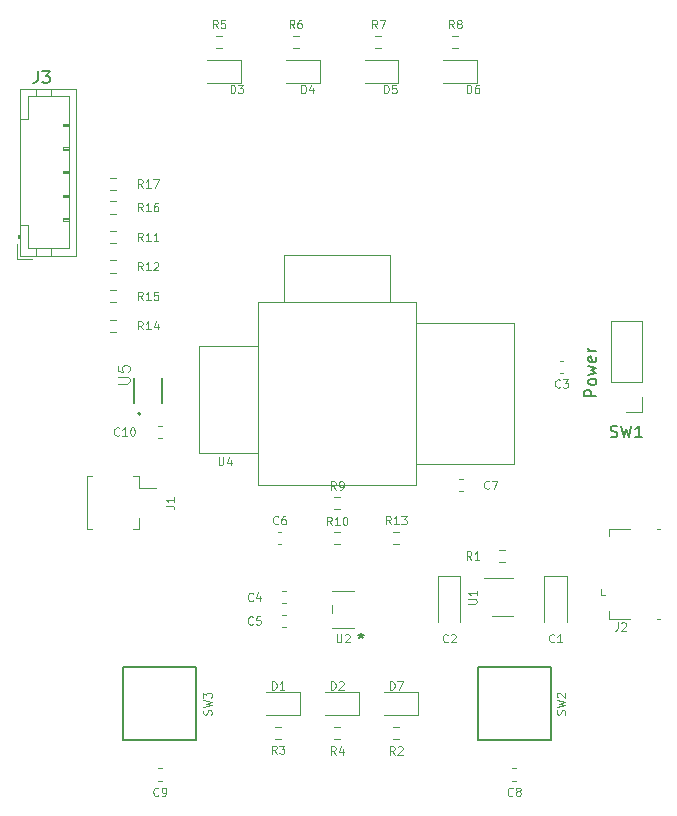
<source format=gbr>
G04 #@! TF.GenerationSoftware,KiCad,Pcbnew,(5.1.10)-1*
G04 #@! TF.CreationDate,2021-08-19T14:22:58+09:00*
G04 #@! TF.ProjectId,controller,636f6e74-726f-46c6-9c65-722e6b696361,rev?*
G04 #@! TF.SameCoordinates,Original*
G04 #@! TF.FileFunction,Legend,Top*
G04 #@! TF.FilePolarity,Positive*
%FSLAX46Y46*%
G04 Gerber Fmt 4.6, Leading zero omitted, Abs format (unit mm)*
G04 Created by KiCad (PCBNEW (5.1.10)-1) date 2021-08-19 14:22:58*
%MOMM*%
%LPD*%
G01*
G04 APERTURE LIST*
%ADD10C,0.150000*%
%ADD11C,0.127000*%
%ADD12C,0.200000*%
%ADD13C,0.120000*%
%ADD14C,0.066040*%
%ADD15C,0.015000*%
%ADD16C,0.100000*%
G04 APERTURE END LIST*
D10*
X49452380Y-38976190D02*
X48452380Y-38976190D01*
X48452380Y-38595238D01*
X48500000Y-38500000D01*
X48547619Y-38452380D01*
X48642857Y-38404761D01*
X48785714Y-38404761D01*
X48880952Y-38452380D01*
X48928571Y-38500000D01*
X48976190Y-38595238D01*
X48976190Y-38976190D01*
X49452380Y-37833333D02*
X49404761Y-37928571D01*
X49357142Y-37976190D01*
X49261904Y-38023809D01*
X48976190Y-38023809D01*
X48880952Y-37976190D01*
X48833333Y-37928571D01*
X48785714Y-37833333D01*
X48785714Y-37690476D01*
X48833333Y-37595238D01*
X48880952Y-37547619D01*
X48976190Y-37500000D01*
X49261904Y-37500000D01*
X49357142Y-37547619D01*
X49404761Y-37595238D01*
X49452380Y-37690476D01*
X49452380Y-37833333D01*
X48785714Y-37166666D02*
X49452380Y-36976190D01*
X48976190Y-36785714D01*
X49452380Y-36595238D01*
X48785714Y-36404761D01*
X49404761Y-35642857D02*
X49452380Y-35738095D01*
X49452380Y-35928571D01*
X49404761Y-36023809D01*
X49309523Y-36071428D01*
X48928571Y-36071428D01*
X48833333Y-36023809D01*
X48785714Y-35928571D01*
X48785714Y-35738095D01*
X48833333Y-35642857D01*
X48928571Y-35595238D01*
X49023809Y-35595238D01*
X49119047Y-36071428D01*
X49452380Y-35166666D02*
X48785714Y-35166666D01*
X48976190Y-35166666D02*
X48880952Y-35119047D01*
X48833333Y-35071428D01*
X48785714Y-34976190D01*
X48785714Y-34880952D01*
D11*
X12705000Y-39550000D02*
X12705000Y-37450000D01*
X10295000Y-39550000D02*
X10295000Y-37450000D01*
D12*
X10850000Y-40445000D02*
G75*
G03*
X10850000Y-40445000I-100000J0D01*
G01*
D13*
X34150000Y-46500000D02*
X20850000Y-46500000D01*
X20850000Y-46500000D02*
X20850000Y-31000000D01*
X20850000Y-31000000D02*
X34150000Y-31000000D01*
X34150000Y-31000000D02*
X34150000Y-46500000D01*
X34150000Y-44750000D02*
X42500000Y-44750000D01*
X42500000Y-44750000D02*
X42500000Y-32750000D01*
X42500000Y-32750000D02*
X34150000Y-32750000D01*
X32000000Y-31000000D02*
X32000000Y-27000000D01*
X32000000Y-27000000D02*
X23000000Y-27000000D01*
X23000000Y-27000000D02*
X23000000Y-31000000D01*
X20850000Y-34750000D02*
X15850000Y-34750000D01*
X15850000Y-34750000D02*
X15850000Y-43750000D01*
X15850000Y-43750000D02*
X20850000Y-43750000D01*
X28927100Y-55425200D02*
X27072900Y-55425200D01*
X27072900Y-56636739D02*
X27072900Y-57363261D01*
X27072900Y-58574800D02*
X28927100Y-58574800D01*
X40600000Y-57610000D02*
X42400000Y-57610000D01*
X42400000Y-54390000D02*
X39950000Y-54390000D01*
D11*
X9401200Y-61901200D02*
X15598800Y-61901200D01*
X9401200Y-68098800D02*
X9401200Y-61901200D01*
X15598800Y-68098800D02*
X9401200Y-68098800D01*
X15598800Y-61901200D02*
X15598800Y-68098800D01*
D14*
X9401200Y-61901200D02*
X15598800Y-61901200D01*
X15598800Y-61901200D02*
X15598800Y-68098800D01*
X9401200Y-68098800D02*
X15598800Y-68098800D01*
X9401200Y-61901200D02*
X9401200Y-68098800D01*
D11*
X39401200Y-61901200D02*
X45598800Y-61901200D01*
X39401200Y-68098800D02*
X39401200Y-61901200D01*
X45598800Y-68098800D02*
X39401200Y-68098800D01*
X45598800Y-61901200D02*
X45598800Y-68098800D01*
D14*
X39401200Y-61901200D02*
X45598800Y-61901200D01*
X45598800Y-61901200D02*
X45598800Y-68098800D01*
X39401200Y-68098800D02*
X45598800Y-68098800D01*
X39401200Y-61901200D02*
X39401200Y-68098800D01*
D13*
X53330000Y-32590000D02*
X50670000Y-32590000D01*
X53330000Y-37730000D02*
X53330000Y-32590000D01*
X50670000Y-37730000D02*
X50670000Y-32590000D01*
X53330000Y-37730000D02*
X50670000Y-37730000D01*
X53330000Y-39000000D02*
X53330000Y-40330000D01*
X53330000Y-40330000D02*
X52000000Y-40330000D01*
X8754724Y-21522500D02*
X8245276Y-21522500D01*
X8754724Y-20477500D02*
X8245276Y-20477500D01*
X8754724Y-23522500D02*
X8245276Y-23522500D01*
X8754724Y-22477500D02*
X8245276Y-22477500D01*
X8754724Y-31022500D02*
X8245276Y-31022500D01*
X8754724Y-29977500D02*
X8245276Y-29977500D01*
X8754724Y-33522500D02*
X8245276Y-33522500D01*
X8754724Y-32477500D02*
X8245276Y-32477500D01*
X32754724Y-51522500D02*
X32245276Y-51522500D01*
X32754724Y-50477500D02*
X32245276Y-50477500D01*
X8754724Y-28522500D02*
X8245276Y-28522500D01*
X8754724Y-27477500D02*
X8245276Y-27477500D01*
X8754724Y-26022500D02*
X8245276Y-26022500D01*
X8754724Y-24977500D02*
X8245276Y-24977500D01*
X27245276Y-50477500D02*
X27754724Y-50477500D01*
X27245276Y-51522500D02*
X27754724Y-51522500D01*
X27245276Y-47477500D02*
X27754724Y-47477500D01*
X27245276Y-48522500D02*
X27754724Y-48522500D01*
X37754724Y-9522500D02*
X37245276Y-9522500D01*
X37754724Y-8477500D02*
X37245276Y-8477500D01*
X31254724Y-9522500D02*
X30745276Y-9522500D01*
X31254724Y-8477500D02*
X30745276Y-8477500D01*
X24254724Y-9522500D02*
X23745276Y-9522500D01*
X24254724Y-8477500D02*
X23745276Y-8477500D01*
X17754724Y-9522500D02*
X17245276Y-9522500D01*
X17754724Y-8477500D02*
X17245276Y-8477500D01*
X27754724Y-68022500D02*
X27245276Y-68022500D01*
X27754724Y-66977500D02*
X27245276Y-66977500D01*
X22754724Y-68022500D02*
X22245276Y-68022500D01*
X22754724Y-66977500D02*
X22245276Y-66977500D01*
X32754724Y-68022500D02*
X32245276Y-68022500D01*
X32754724Y-66977500D02*
X32245276Y-66977500D01*
X41754724Y-53022500D02*
X41245276Y-53022500D01*
X41754724Y-51977500D02*
X41245276Y-51977500D01*
X690000Y-27060000D02*
X5410000Y-27060000D01*
X5410000Y-27060000D02*
X5410000Y-12940000D01*
X5410000Y-12940000D02*
X690000Y-12940000D01*
X690000Y-12940000D02*
X690000Y-27060000D01*
X690000Y-25300000D02*
X490000Y-25300000D01*
X490000Y-25300000D02*
X490000Y-25600000D01*
X490000Y-25600000D02*
X690000Y-25600000D01*
X590000Y-25300000D02*
X590000Y-25600000D01*
X690000Y-24500000D02*
X1300000Y-24500000D01*
X1300000Y-24500000D02*
X1300000Y-26450000D01*
X1300000Y-26450000D02*
X4800000Y-26450000D01*
X4800000Y-26450000D02*
X4800000Y-13550000D01*
X4800000Y-13550000D02*
X1300000Y-13550000D01*
X1300000Y-13550000D02*
X1300000Y-15500000D01*
X1300000Y-15500000D02*
X690000Y-15500000D01*
X2000000Y-27060000D02*
X2000000Y-26450000D01*
X3300000Y-27060000D02*
X3300000Y-26450000D01*
X2000000Y-12940000D02*
X2000000Y-13550000D01*
X3300000Y-12940000D02*
X3300000Y-13550000D01*
X4800000Y-24100000D02*
X4300000Y-24100000D01*
X4300000Y-24100000D02*
X4300000Y-23900000D01*
X4300000Y-23900000D02*
X4800000Y-23900000D01*
X4800000Y-24000000D02*
X4300000Y-24000000D01*
X4800000Y-22100000D02*
X4300000Y-22100000D01*
X4300000Y-22100000D02*
X4300000Y-21900000D01*
X4300000Y-21900000D02*
X4800000Y-21900000D01*
X4800000Y-22000000D02*
X4300000Y-22000000D01*
X4800000Y-20100000D02*
X4300000Y-20100000D01*
X4300000Y-20100000D02*
X4300000Y-19900000D01*
X4300000Y-19900000D02*
X4800000Y-19900000D01*
X4800000Y-20000000D02*
X4300000Y-20000000D01*
X4800000Y-18100000D02*
X4300000Y-18100000D01*
X4300000Y-18100000D02*
X4300000Y-17900000D01*
X4300000Y-17900000D02*
X4800000Y-17900000D01*
X4800000Y-18000000D02*
X4300000Y-18000000D01*
X4800000Y-16100000D02*
X4300000Y-16100000D01*
X4300000Y-16100000D02*
X4300000Y-15900000D01*
X4300000Y-15900000D02*
X4800000Y-15900000D01*
X4800000Y-16000000D02*
X4300000Y-16000000D01*
X390000Y-26110000D02*
X390000Y-27360000D01*
X390000Y-27360000D02*
X1640000Y-27360000D01*
X50540000Y-57810000D02*
X50540000Y-57150000D01*
X52270000Y-57810000D02*
X50540000Y-57810000D01*
X54840000Y-50190000D02*
X54630000Y-50190000D01*
X54840000Y-57810000D02*
X54630000Y-57810000D01*
X52270000Y-50190000D02*
X50540000Y-50190000D01*
X50540000Y-50190000D02*
X50540000Y-50840000D01*
X49840000Y-55760000D02*
X49840000Y-55310000D01*
X49840000Y-55760000D02*
X50230000Y-55760000D01*
X10260000Y-45765000D02*
X10710000Y-45765000D01*
X10710000Y-45765000D02*
X10710000Y-46715000D01*
X10710000Y-46715000D02*
X12200000Y-46715000D01*
X10260000Y-50235000D02*
X10710000Y-50235000D01*
X10710000Y-50235000D02*
X10710000Y-49285000D01*
X6740000Y-45765000D02*
X6290000Y-45765000D01*
X6290000Y-45765000D02*
X6290000Y-50235000D01*
X6290000Y-50235000D02*
X6740000Y-50235000D01*
X31500000Y-65960000D02*
X34360000Y-65960000D01*
X34360000Y-65960000D02*
X34360000Y-64040000D01*
X34360000Y-64040000D02*
X31500000Y-64040000D01*
X36500000Y-12460000D02*
X39360000Y-12460000D01*
X39360000Y-12460000D02*
X39360000Y-10540000D01*
X39360000Y-10540000D02*
X36500000Y-10540000D01*
X29830000Y-12460000D02*
X32690000Y-12460000D01*
X32690000Y-12460000D02*
X32690000Y-10540000D01*
X32690000Y-10540000D02*
X29830000Y-10540000D01*
X23170000Y-12460000D02*
X26030000Y-12460000D01*
X26030000Y-12460000D02*
X26030000Y-10540000D01*
X26030000Y-10540000D02*
X23170000Y-10540000D01*
X16500000Y-12460000D02*
X19360000Y-12460000D01*
X19360000Y-12460000D02*
X19360000Y-10540000D01*
X19360000Y-10540000D02*
X16500000Y-10540000D01*
X26500000Y-65960000D02*
X29360000Y-65960000D01*
X29360000Y-65960000D02*
X29360000Y-64040000D01*
X29360000Y-64040000D02*
X26500000Y-64040000D01*
X21500000Y-65935000D02*
X24360000Y-65935000D01*
X24360000Y-65935000D02*
X24360000Y-64015000D01*
X24360000Y-64015000D02*
X21500000Y-64015000D01*
X12353733Y-41490000D02*
X12646267Y-41490000D01*
X12353733Y-42510000D02*
X12646267Y-42510000D01*
X12353733Y-70490000D02*
X12646267Y-70490000D01*
X12353733Y-71510000D02*
X12646267Y-71510000D01*
X42353733Y-70490000D02*
X42646267Y-70490000D01*
X42353733Y-71510000D02*
X42646267Y-71510000D01*
X37853733Y-45990000D02*
X38146267Y-45990000D01*
X37853733Y-47010000D02*
X38146267Y-47010000D01*
X22783767Y-51510000D02*
X22491233Y-51510000D01*
X22783767Y-50490000D02*
X22491233Y-50490000D01*
X23146267Y-58510000D02*
X22853733Y-58510000D01*
X23146267Y-57490000D02*
X22853733Y-57490000D01*
X23146267Y-56510000D02*
X22853733Y-56510000D01*
X23146267Y-55490000D02*
X22853733Y-55490000D01*
X46646267Y-37010000D02*
X46353733Y-37010000D01*
X46646267Y-35990000D02*
X46353733Y-35990000D01*
X37935000Y-58100000D02*
X37935000Y-54190000D01*
X37935000Y-54190000D02*
X36065000Y-54190000D01*
X36065000Y-54190000D02*
X36065000Y-58100000D01*
X46935000Y-58100000D02*
X46935000Y-54190000D01*
X46935000Y-54190000D02*
X45065000Y-54190000D01*
X45065000Y-54190000D02*
X45065000Y-58100000D01*
D15*
X8935380Y-37896904D02*
X9744904Y-37896904D01*
X9840142Y-37849285D01*
X9887761Y-37801666D01*
X9935380Y-37706428D01*
X9935380Y-37515952D01*
X9887761Y-37420714D01*
X9840142Y-37373095D01*
X9744904Y-37325476D01*
X8935380Y-37325476D01*
X8935380Y-36373095D02*
X8935380Y-36849285D01*
X9411571Y-36896904D01*
X9363952Y-36849285D01*
X9316333Y-36754047D01*
X9316333Y-36515952D01*
X9363952Y-36420714D01*
X9411571Y-36373095D01*
X9506809Y-36325476D01*
X9744904Y-36325476D01*
X9840142Y-36373095D01*
X9887761Y-36420714D01*
X9935380Y-36515952D01*
X9935380Y-36754047D01*
X9887761Y-36849285D01*
X9840142Y-36896904D01*
D16*
X17466666Y-44116666D02*
X17466666Y-44683333D01*
X17500000Y-44750000D01*
X17533333Y-44783333D01*
X17600000Y-44816666D01*
X17733333Y-44816666D01*
X17800000Y-44783333D01*
X17833333Y-44750000D01*
X17866666Y-44683333D01*
X17866666Y-44116666D01*
X18500000Y-44350000D02*
X18500000Y-44816666D01*
X18333333Y-44083333D02*
X18166666Y-44583333D01*
X18600000Y-44583333D01*
X27466666Y-59116666D02*
X27466666Y-59683333D01*
X27500000Y-59750000D01*
X27533333Y-59783333D01*
X27600000Y-59816666D01*
X27733333Y-59816666D01*
X27800000Y-59783333D01*
X27833333Y-59750000D01*
X27866666Y-59683333D01*
X27866666Y-59116666D01*
X28166666Y-59183333D02*
X28200000Y-59150000D01*
X28266666Y-59116666D01*
X28433333Y-59116666D01*
X28500000Y-59150000D01*
X28533333Y-59183333D01*
X28566666Y-59250000D01*
X28566666Y-59316666D01*
X28533333Y-59416666D01*
X28133333Y-59816666D01*
X28566666Y-59816666D01*
D10*
X29527550Y-59053380D02*
X29527550Y-59291476D01*
X29289454Y-59196238D02*
X29527550Y-59291476D01*
X29765645Y-59196238D01*
X29384692Y-59481952D02*
X29527550Y-59291476D01*
X29670407Y-59481952D01*
D16*
X38616666Y-56533333D02*
X39183333Y-56533333D01*
X39250000Y-56500000D01*
X39283333Y-56466666D01*
X39316666Y-56400000D01*
X39316666Y-56266666D01*
X39283333Y-56200000D01*
X39250000Y-56166666D01*
X39183333Y-56133333D01*
X38616666Y-56133333D01*
X39316666Y-55433333D02*
X39316666Y-55833333D01*
X39316666Y-55633333D02*
X38616666Y-55633333D01*
X38716666Y-55700000D01*
X38783333Y-55766666D01*
X38816666Y-55833333D01*
X16847333Y-65933333D02*
X16880666Y-65833333D01*
X16880666Y-65666666D01*
X16847333Y-65600000D01*
X16814000Y-65566666D01*
X16747333Y-65533333D01*
X16680666Y-65533333D01*
X16614000Y-65566666D01*
X16580666Y-65600000D01*
X16547333Y-65666666D01*
X16514000Y-65800000D01*
X16480666Y-65866666D01*
X16447333Y-65900000D01*
X16380666Y-65933333D01*
X16314000Y-65933333D01*
X16247333Y-65900000D01*
X16214000Y-65866666D01*
X16180666Y-65800000D01*
X16180666Y-65633333D01*
X16214000Y-65533333D01*
X16180666Y-65300000D02*
X16880666Y-65133333D01*
X16380666Y-65000000D01*
X16880666Y-64866666D01*
X16180666Y-64700000D01*
X16180666Y-64500000D02*
X16180666Y-64066666D01*
X16447333Y-64300000D01*
X16447333Y-64200000D01*
X16480666Y-64133333D01*
X16514000Y-64100000D01*
X16580666Y-64066666D01*
X16747333Y-64066666D01*
X16814000Y-64100000D01*
X16847333Y-64133333D01*
X16880666Y-64200000D01*
X16880666Y-64400000D01*
X16847333Y-64466666D01*
X16814000Y-64500000D01*
X46783333Y-65933333D02*
X46816666Y-65833333D01*
X46816666Y-65666666D01*
X46783333Y-65600000D01*
X46750000Y-65566666D01*
X46683333Y-65533333D01*
X46616666Y-65533333D01*
X46550000Y-65566666D01*
X46516666Y-65600000D01*
X46483333Y-65666666D01*
X46450000Y-65800000D01*
X46416666Y-65866666D01*
X46383333Y-65900000D01*
X46316666Y-65933333D01*
X46250000Y-65933333D01*
X46183333Y-65900000D01*
X46150000Y-65866666D01*
X46116666Y-65800000D01*
X46116666Y-65633333D01*
X46150000Y-65533333D01*
X46116666Y-65300000D02*
X46816666Y-65133333D01*
X46316666Y-65000000D01*
X46816666Y-64866666D01*
X46116666Y-64700000D01*
X46183333Y-64466666D02*
X46150000Y-64433333D01*
X46116666Y-64366666D01*
X46116666Y-64200000D01*
X46150000Y-64133333D01*
X46183333Y-64100000D01*
X46250000Y-64066666D01*
X46316666Y-64066666D01*
X46416666Y-64100000D01*
X46816666Y-64500000D01*
X46816666Y-64066666D01*
D10*
X50666666Y-42404761D02*
X50809523Y-42452380D01*
X51047619Y-42452380D01*
X51142857Y-42404761D01*
X51190476Y-42357142D01*
X51238095Y-42261904D01*
X51238095Y-42166666D01*
X51190476Y-42071428D01*
X51142857Y-42023809D01*
X51047619Y-41976190D01*
X50857142Y-41928571D01*
X50761904Y-41880952D01*
X50714285Y-41833333D01*
X50666666Y-41738095D01*
X50666666Y-41642857D01*
X50714285Y-41547619D01*
X50761904Y-41500000D01*
X50857142Y-41452380D01*
X51095238Y-41452380D01*
X51238095Y-41500000D01*
X51571428Y-41452380D02*
X51809523Y-42452380D01*
X52000000Y-41738095D01*
X52190476Y-42452380D01*
X52428571Y-41452380D01*
X53333333Y-42452380D02*
X52761904Y-42452380D01*
X53047619Y-42452380D02*
X53047619Y-41452380D01*
X52952380Y-41595238D01*
X52857142Y-41690476D01*
X52761904Y-41738095D01*
D16*
X11050000Y-21316666D02*
X10816666Y-20983333D01*
X10650000Y-21316666D02*
X10650000Y-20616666D01*
X10916666Y-20616666D01*
X10983333Y-20650000D01*
X11016666Y-20683333D01*
X11050000Y-20750000D01*
X11050000Y-20850000D01*
X11016666Y-20916666D01*
X10983333Y-20950000D01*
X10916666Y-20983333D01*
X10650000Y-20983333D01*
X11716666Y-21316666D02*
X11316666Y-21316666D01*
X11516666Y-21316666D02*
X11516666Y-20616666D01*
X11450000Y-20716666D01*
X11383333Y-20783333D01*
X11316666Y-20816666D01*
X11950000Y-20616666D02*
X12416666Y-20616666D01*
X12116666Y-21316666D01*
X11050000Y-23316666D02*
X10816666Y-22983333D01*
X10650000Y-23316666D02*
X10650000Y-22616666D01*
X10916666Y-22616666D01*
X10983333Y-22650000D01*
X11016666Y-22683333D01*
X11050000Y-22750000D01*
X11050000Y-22850000D01*
X11016666Y-22916666D01*
X10983333Y-22950000D01*
X10916666Y-22983333D01*
X10650000Y-22983333D01*
X11716666Y-23316666D02*
X11316666Y-23316666D01*
X11516666Y-23316666D02*
X11516666Y-22616666D01*
X11450000Y-22716666D01*
X11383333Y-22783333D01*
X11316666Y-22816666D01*
X12316666Y-22616666D02*
X12183333Y-22616666D01*
X12116666Y-22650000D01*
X12083333Y-22683333D01*
X12016666Y-22783333D01*
X11983333Y-22916666D01*
X11983333Y-23183333D01*
X12016666Y-23250000D01*
X12050000Y-23283333D01*
X12116666Y-23316666D01*
X12250000Y-23316666D01*
X12316666Y-23283333D01*
X12350000Y-23250000D01*
X12383333Y-23183333D01*
X12383333Y-23016666D01*
X12350000Y-22950000D01*
X12316666Y-22916666D01*
X12250000Y-22883333D01*
X12116666Y-22883333D01*
X12050000Y-22916666D01*
X12016666Y-22950000D01*
X11983333Y-23016666D01*
X11050000Y-30816666D02*
X10816666Y-30483333D01*
X10650000Y-30816666D02*
X10650000Y-30116666D01*
X10916666Y-30116666D01*
X10983333Y-30150000D01*
X11016666Y-30183333D01*
X11050000Y-30250000D01*
X11050000Y-30350000D01*
X11016666Y-30416666D01*
X10983333Y-30450000D01*
X10916666Y-30483333D01*
X10650000Y-30483333D01*
X11716666Y-30816666D02*
X11316666Y-30816666D01*
X11516666Y-30816666D02*
X11516666Y-30116666D01*
X11450000Y-30216666D01*
X11383333Y-30283333D01*
X11316666Y-30316666D01*
X12350000Y-30116666D02*
X12016666Y-30116666D01*
X11983333Y-30450000D01*
X12016666Y-30416666D01*
X12083333Y-30383333D01*
X12250000Y-30383333D01*
X12316666Y-30416666D01*
X12350000Y-30450000D01*
X12383333Y-30516666D01*
X12383333Y-30683333D01*
X12350000Y-30750000D01*
X12316666Y-30783333D01*
X12250000Y-30816666D01*
X12083333Y-30816666D01*
X12016666Y-30783333D01*
X11983333Y-30750000D01*
X11050000Y-33316666D02*
X10816666Y-32983333D01*
X10650000Y-33316666D02*
X10650000Y-32616666D01*
X10916666Y-32616666D01*
X10983333Y-32650000D01*
X11016666Y-32683333D01*
X11050000Y-32750000D01*
X11050000Y-32850000D01*
X11016666Y-32916666D01*
X10983333Y-32950000D01*
X10916666Y-32983333D01*
X10650000Y-32983333D01*
X11716666Y-33316666D02*
X11316666Y-33316666D01*
X11516666Y-33316666D02*
X11516666Y-32616666D01*
X11450000Y-32716666D01*
X11383333Y-32783333D01*
X11316666Y-32816666D01*
X12316666Y-32850000D02*
X12316666Y-33316666D01*
X12150000Y-32583333D02*
X11983333Y-33083333D01*
X12416666Y-33083333D01*
X32050000Y-49816666D02*
X31816666Y-49483333D01*
X31650000Y-49816666D02*
X31650000Y-49116666D01*
X31916666Y-49116666D01*
X31983333Y-49150000D01*
X32016666Y-49183333D01*
X32050000Y-49250000D01*
X32050000Y-49350000D01*
X32016666Y-49416666D01*
X31983333Y-49450000D01*
X31916666Y-49483333D01*
X31650000Y-49483333D01*
X32716666Y-49816666D02*
X32316666Y-49816666D01*
X32516666Y-49816666D02*
X32516666Y-49116666D01*
X32450000Y-49216666D01*
X32383333Y-49283333D01*
X32316666Y-49316666D01*
X32950000Y-49116666D02*
X33383333Y-49116666D01*
X33150000Y-49383333D01*
X33250000Y-49383333D01*
X33316666Y-49416666D01*
X33350000Y-49450000D01*
X33383333Y-49516666D01*
X33383333Y-49683333D01*
X33350000Y-49750000D01*
X33316666Y-49783333D01*
X33250000Y-49816666D01*
X33050000Y-49816666D01*
X32983333Y-49783333D01*
X32950000Y-49750000D01*
X11050000Y-28316666D02*
X10816666Y-27983333D01*
X10650000Y-28316666D02*
X10650000Y-27616666D01*
X10916666Y-27616666D01*
X10983333Y-27650000D01*
X11016666Y-27683333D01*
X11050000Y-27750000D01*
X11050000Y-27850000D01*
X11016666Y-27916666D01*
X10983333Y-27950000D01*
X10916666Y-27983333D01*
X10650000Y-27983333D01*
X11716666Y-28316666D02*
X11316666Y-28316666D01*
X11516666Y-28316666D02*
X11516666Y-27616666D01*
X11450000Y-27716666D01*
X11383333Y-27783333D01*
X11316666Y-27816666D01*
X11983333Y-27683333D02*
X12016666Y-27650000D01*
X12083333Y-27616666D01*
X12250000Y-27616666D01*
X12316666Y-27650000D01*
X12350000Y-27683333D01*
X12383333Y-27750000D01*
X12383333Y-27816666D01*
X12350000Y-27916666D01*
X11950000Y-28316666D01*
X12383333Y-28316666D01*
X11050000Y-25816666D02*
X10816666Y-25483333D01*
X10650000Y-25816666D02*
X10650000Y-25116666D01*
X10916666Y-25116666D01*
X10983333Y-25150000D01*
X11016666Y-25183333D01*
X11050000Y-25250000D01*
X11050000Y-25350000D01*
X11016666Y-25416666D01*
X10983333Y-25450000D01*
X10916666Y-25483333D01*
X10650000Y-25483333D01*
X11716666Y-25816666D02*
X11316666Y-25816666D01*
X11516666Y-25816666D02*
X11516666Y-25116666D01*
X11450000Y-25216666D01*
X11383333Y-25283333D01*
X11316666Y-25316666D01*
X12383333Y-25816666D02*
X11983333Y-25816666D01*
X12183333Y-25816666D02*
X12183333Y-25116666D01*
X12116666Y-25216666D01*
X12050000Y-25283333D01*
X11983333Y-25316666D01*
X27050000Y-49886666D02*
X26816666Y-49553333D01*
X26650000Y-49886666D02*
X26650000Y-49186666D01*
X26916666Y-49186666D01*
X26983333Y-49220000D01*
X27016666Y-49253333D01*
X27050000Y-49320000D01*
X27050000Y-49420000D01*
X27016666Y-49486666D01*
X26983333Y-49520000D01*
X26916666Y-49553333D01*
X26650000Y-49553333D01*
X27716666Y-49886666D02*
X27316666Y-49886666D01*
X27516666Y-49886666D02*
X27516666Y-49186666D01*
X27450000Y-49286666D01*
X27383333Y-49353333D01*
X27316666Y-49386666D01*
X28150000Y-49186666D02*
X28216666Y-49186666D01*
X28283333Y-49220000D01*
X28316666Y-49253333D01*
X28350000Y-49320000D01*
X28383333Y-49453333D01*
X28383333Y-49620000D01*
X28350000Y-49753333D01*
X28316666Y-49820000D01*
X28283333Y-49853333D01*
X28216666Y-49886666D01*
X28150000Y-49886666D01*
X28083333Y-49853333D01*
X28050000Y-49820000D01*
X28016666Y-49753333D01*
X27983333Y-49620000D01*
X27983333Y-49453333D01*
X28016666Y-49320000D01*
X28050000Y-49253333D01*
X28083333Y-49220000D01*
X28150000Y-49186666D01*
X27383333Y-46886666D02*
X27150000Y-46553333D01*
X26983333Y-46886666D02*
X26983333Y-46186666D01*
X27250000Y-46186666D01*
X27316666Y-46220000D01*
X27350000Y-46253333D01*
X27383333Y-46320000D01*
X27383333Y-46420000D01*
X27350000Y-46486666D01*
X27316666Y-46520000D01*
X27250000Y-46553333D01*
X26983333Y-46553333D01*
X27716666Y-46886666D02*
X27850000Y-46886666D01*
X27916666Y-46853333D01*
X27950000Y-46820000D01*
X28016666Y-46720000D01*
X28050000Y-46586666D01*
X28050000Y-46320000D01*
X28016666Y-46253333D01*
X27983333Y-46220000D01*
X27916666Y-46186666D01*
X27783333Y-46186666D01*
X27716666Y-46220000D01*
X27683333Y-46253333D01*
X27650000Y-46320000D01*
X27650000Y-46486666D01*
X27683333Y-46553333D01*
X27716666Y-46586666D01*
X27783333Y-46620000D01*
X27916666Y-46620000D01*
X27983333Y-46586666D01*
X28016666Y-46553333D01*
X28050000Y-46486666D01*
X37383333Y-7816666D02*
X37150000Y-7483333D01*
X36983333Y-7816666D02*
X36983333Y-7116666D01*
X37250000Y-7116666D01*
X37316666Y-7150000D01*
X37350000Y-7183333D01*
X37383333Y-7250000D01*
X37383333Y-7350000D01*
X37350000Y-7416666D01*
X37316666Y-7450000D01*
X37250000Y-7483333D01*
X36983333Y-7483333D01*
X37783333Y-7416666D02*
X37716666Y-7383333D01*
X37683333Y-7350000D01*
X37650000Y-7283333D01*
X37650000Y-7250000D01*
X37683333Y-7183333D01*
X37716666Y-7150000D01*
X37783333Y-7116666D01*
X37916666Y-7116666D01*
X37983333Y-7150000D01*
X38016666Y-7183333D01*
X38050000Y-7250000D01*
X38050000Y-7283333D01*
X38016666Y-7350000D01*
X37983333Y-7383333D01*
X37916666Y-7416666D01*
X37783333Y-7416666D01*
X37716666Y-7450000D01*
X37683333Y-7483333D01*
X37650000Y-7550000D01*
X37650000Y-7683333D01*
X37683333Y-7750000D01*
X37716666Y-7783333D01*
X37783333Y-7816666D01*
X37916666Y-7816666D01*
X37983333Y-7783333D01*
X38016666Y-7750000D01*
X38050000Y-7683333D01*
X38050000Y-7550000D01*
X38016666Y-7483333D01*
X37983333Y-7450000D01*
X37916666Y-7416666D01*
X30883333Y-7816666D02*
X30650000Y-7483333D01*
X30483333Y-7816666D02*
X30483333Y-7116666D01*
X30750000Y-7116666D01*
X30816666Y-7150000D01*
X30850000Y-7183333D01*
X30883333Y-7250000D01*
X30883333Y-7350000D01*
X30850000Y-7416666D01*
X30816666Y-7450000D01*
X30750000Y-7483333D01*
X30483333Y-7483333D01*
X31116666Y-7116666D02*
X31583333Y-7116666D01*
X31283333Y-7816666D01*
X23883333Y-7816666D02*
X23650000Y-7483333D01*
X23483333Y-7816666D02*
X23483333Y-7116666D01*
X23750000Y-7116666D01*
X23816666Y-7150000D01*
X23850000Y-7183333D01*
X23883333Y-7250000D01*
X23883333Y-7350000D01*
X23850000Y-7416666D01*
X23816666Y-7450000D01*
X23750000Y-7483333D01*
X23483333Y-7483333D01*
X24483333Y-7116666D02*
X24350000Y-7116666D01*
X24283333Y-7150000D01*
X24250000Y-7183333D01*
X24183333Y-7283333D01*
X24150000Y-7416666D01*
X24150000Y-7683333D01*
X24183333Y-7750000D01*
X24216666Y-7783333D01*
X24283333Y-7816666D01*
X24416666Y-7816666D01*
X24483333Y-7783333D01*
X24516666Y-7750000D01*
X24550000Y-7683333D01*
X24550000Y-7516666D01*
X24516666Y-7450000D01*
X24483333Y-7416666D01*
X24416666Y-7383333D01*
X24283333Y-7383333D01*
X24216666Y-7416666D01*
X24183333Y-7450000D01*
X24150000Y-7516666D01*
X17383333Y-7816666D02*
X17150000Y-7483333D01*
X16983333Y-7816666D02*
X16983333Y-7116666D01*
X17250000Y-7116666D01*
X17316666Y-7150000D01*
X17350000Y-7183333D01*
X17383333Y-7250000D01*
X17383333Y-7350000D01*
X17350000Y-7416666D01*
X17316666Y-7450000D01*
X17250000Y-7483333D01*
X16983333Y-7483333D01*
X18016666Y-7116666D02*
X17683333Y-7116666D01*
X17650000Y-7450000D01*
X17683333Y-7416666D01*
X17750000Y-7383333D01*
X17916666Y-7383333D01*
X17983333Y-7416666D01*
X18016666Y-7450000D01*
X18050000Y-7516666D01*
X18050000Y-7683333D01*
X18016666Y-7750000D01*
X17983333Y-7783333D01*
X17916666Y-7816666D01*
X17750000Y-7816666D01*
X17683333Y-7783333D01*
X17650000Y-7750000D01*
X27383333Y-69316666D02*
X27150000Y-68983333D01*
X26983333Y-69316666D02*
X26983333Y-68616666D01*
X27250000Y-68616666D01*
X27316666Y-68650000D01*
X27350000Y-68683333D01*
X27383333Y-68750000D01*
X27383333Y-68850000D01*
X27350000Y-68916666D01*
X27316666Y-68950000D01*
X27250000Y-68983333D01*
X26983333Y-68983333D01*
X27983333Y-68850000D02*
X27983333Y-69316666D01*
X27816666Y-68583333D02*
X27650000Y-69083333D01*
X28083333Y-69083333D01*
X22383333Y-69246666D02*
X22150000Y-68913333D01*
X21983333Y-69246666D02*
X21983333Y-68546666D01*
X22250000Y-68546666D01*
X22316666Y-68580000D01*
X22350000Y-68613333D01*
X22383333Y-68680000D01*
X22383333Y-68780000D01*
X22350000Y-68846666D01*
X22316666Y-68880000D01*
X22250000Y-68913333D01*
X21983333Y-68913333D01*
X22616666Y-68546666D02*
X23050000Y-68546666D01*
X22816666Y-68813333D01*
X22916666Y-68813333D01*
X22983333Y-68846666D01*
X23016666Y-68880000D01*
X23050000Y-68946666D01*
X23050000Y-69113333D01*
X23016666Y-69180000D01*
X22983333Y-69213333D01*
X22916666Y-69246666D01*
X22716666Y-69246666D01*
X22650000Y-69213333D01*
X22616666Y-69180000D01*
X32383333Y-69316666D02*
X32150000Y-68983333D01*
X31983333Y-69316666D02*
X31983333Y-68616666D01*
X32250000Y-68616666D01*
X32316666Y-68650000D01*
X32350000Y-68683333D01*
X32383333Y-68750000D01*
X32383333Y-68850000D01*
X32350000Y-68916666D01*
X32316666Y-68950000D01*
X32250000Y-68983333D01*
X31983333Y-68983333D01*
X32650000Y-68683333D02*
X32683333Y-68650000D01*
X32750000Y-68616666D01*
X32916666Y-68616666D01*
X32983333Y-68650000D01*
X33016666Y-68683333D01*
X33050000Y-68750000D01*
X33050000Y-68816666D01*
X33016666Y-68916666D01*
X32616666Y-69316666D01*
X33050000Y-69316666D01*
X38883333Y-52816666D02*
X38650000Y-52483333D01*
X38483333Y-52816666D02*
X38483333Y-52116666D01*
X38750000Y-52116666D01*
X38816666Y-52150000D01*
X38850000Y-52183333D01*
X38883333Y-52250000D01*
X38883333Y-52350000D01*
X38850000Y-52416666D01*
X38816666Y-52450000D01*
X38750000Y-52483333D01*
X38483333Y-52483333D01*
X39550000Y-52816666D02*
X39150000Y-52816666D01*
X39350000Y-52816666D02*
X39350000Y-52116666D01*
X39283333Y-52216666D01*
X39216666Y-52283333D01*
X39150000Y-52316666D01*
D10*
X2166666Y-11452380D02*
X2166666Y-12166666D01*
X2119047Y-12309523D01*
X2023809Y-12404761D01*
X1880952Y-12452380D01*
X1785714Y-12452380D01*
X2547619Y-11452380D02*
X3166666Y-11452380D01*
X2833333Y-11833333D01*
X2976190Y-11833333D01*
X3071428Y-11880952D01*
X3119047Y-11928571D01*
X3166666Y-12023809D01*
X3166666Y-12261904D01*
X3119047Y-12357142D01*
X3071428Y-12404761D01*
X2976190Y-12452380D01*
X2690476Y-12452380D01*
X2595238Y-12404761D01*
X2547619Y-12357142D01*
D16*
X51266666Y-58116666D02*
X51266666Y-58616666D01*
X51233333Y-58716666D01*
X51166666Y-58783333D01*
X51066666Y-58816666D01*
X51000000Y-58816666D01*
X51566666Y-58183333D02*
X51600000Y-58150000D01*
X51666666Y-58116666D01*
X51833333Y-58116666D01*
X51900000Y-58150000D01*
X51933333Y-58183333D01*
X51966666Y-58250000D01*
X51966666Y-58316666D01*
X51933333Y-58416666D01*
X51533333Y-58816666D01*
X51966666Y-58816666D01*
X13016666Y-48233333D02*
X13516666Y-48233333D01*
X13616666Y-48266666D01*
X13683333Y-48333333D01*
X13716666Y-48433333D01*
X13716666Y-48500000D01*
X13716666Y-47533333D02*
X13716666Y-47933333D01*
X13716666Y-47733333D02*
X13016666Y-47733333D01*
X13116666Y-47800000D01*
X13183333Y-47866666D01*
X13216666Y-47933333D01*
X31983333Y-63816666D02*
X31983333Y-63116666D01*
X32150000Y-63116666D01*
X32250000Y-63150000D01*
X32316666Y-63216666D01*
X32350000Y-63283333D01*
X32383333Y-63416666D01*
X32383333Y-63516666D01*
X32350000Y-63650000D01*
X32316666Y-63716666D01*
X32250000Y-63783333D01*
X32150000Y-63816666D01*
X31983333Y-63816666D01*
X32616666Y-63116666D02*
X33083333Y-63116666D01*
X32783333Y-63816666D01*
X38483333Y-13316666D02*
X38483333Y-12616666D01*
X38650000Y-12616666D01*
X38750000Y-12650000D01*
X38816666Y-12716666D01*
X38850000Y-12783333D01*
X38883333Y-12916666D01*
X38883333Y-13016666D01*
X38850000Y-13150000D01*
X38816666Y-13216666D01*
X38750000Y-13283333D01*
X38650000Y-13316666D01*
X38483333Y-13316666D01*
X39483333Y-12616666D02*
X39350000Y-12616666D01*
X39283333Y-12650000D01*
X39250000Y-12683333D01*
X39183333Y-12783333D01*
X39150000Y-12916666D01*
X39150000Y-13183333D01*
X39183333Y-13250000D01*
X39216666Y-13283333D01*
X39283333Y-13316666D01*
X39416666Y-13316666D01*
X39483333Y-13283333D01*
X39516666Y-13250000D01*
X39550000Y-13183333D01*
X39550000Y-13016666D01*
X39516666Y-12950000D01*
X39483333Y-12916666D01*
X39416666Y-12883333D01*
X39283333Y-12883333D01*
X39216666Y-12916666D01*
X39183333Y-12950000D01*
X39150000Y-13016666D01*
X31483333Y-13316666D02*
X31483333Y-12616666D01*
X31650000Y-12616666D01*
X31750000Y-12650000D01*
X31816666Y-12716666D01*
X31850000Y-12783333D01*
X31883333Y-12916666D01*
X31883333Y-13016666D01*
X31850000Y-13150000D01*
X31816666Y-13216666D01*
X31750000Y-13283333D01*
X31650000Y-13316666D01*
X31483333Y-13316666D01*
X32516666Y-12616666D02*
X32183333Y-12616666D01*
X32150000Y-12950000D01*
X32183333Y-12916666D01*
X32250000Y-12883333D01*
X32416666Y-12883333D01*
X32483333Y-12916666D01*
X32516666Y-12950000D01*
X32550000Y-13016666D01*
X32550000Y-13183333D01*
X32516666Y-13250000D01*
X32483333Y-13283333D01*
X32416666Y-13316666D01*
X32250000Y-13316666D01*
X32183333Y-13283333D01*
X32150000Y-13250000D01*
X24483333Y-13316666D02*
X24483333Y-12616666D01*
X24650000Y-12616666D01*
X24750000Y-12650000D01*
X24816666Y-12716666D01*
X24850000Y-12783333D01*
X24883333Y-12916666D01*
X24883333Y-13016666D01*
X24850000Y-13150000D01*
X24816666Y-13216666D01*
X24750000Y-13283333D01*
X24650000Y-13316666D01*
X24483333Y-13316666D01*
X25483333Y-12850000D02*
X25483333Y-13316666D01*
X25316666Y-12583333D02*
X25150000Y-13083333D01*
X25583333Y-13083333D01*
X18483333Y-13316666D02*
X18483333Y-12616666D01*
X18650000Y-12616666D01*
X18750000Y-12650000D01*
X18816666Y-12716666D01*
X18850000Y-12783333D01*
X18883333Y-12916666D01*
X18883333Y-13016666D01*
X18850000Y-13150000D01*
X18816666Y-13216666D01*
X18750000Y-13283333D01*
X18650000Y-13316666D01*
X18483333Y-13316666D01*
X19116666Y-12616666D02*
X19550000Y-12616666D01*
X19316666Y-12883333D01*
X19416666Y-12883333D01*
X19483333Y-12916666D01*
X19516666Y-12950000D01*
X19550000Y-13016666D01*
X19550000Y-13183333D01*
X19516666Y-13250000D01*
X19483333Y-13283333D01*
X19416666Y-13316666D01*
X19216666Y-13316666D01*
X19150000Y-13283333D01*
X19116666Y-13250000D01*
X26983333Y-63816666D02*
X26983333Y-63116666D01*
X27150000Y-63116666D01*
X27250000Y-63150000D01*
X27316666Y-63216666D01*
X27350000Y-63283333D01*
X27383333Y-63416666D01*
X27383333Y-63516666D01*
X27350000Y-63650000D01*
X27316666Y-63716666D01*
X27250000Y-63783333D01*
X27150000Y-63816666D01*
X26983333Y-63816666D01*
X27650000Y-63183333D02*
X27683333Y-63150000D01*
X27750000Y-63116666D01*
X27916666Y-63116666D01*
X27983333Y-63150000D01*
X28016666Y-63183333D01*
X28050000Y-63250000D01*
X28050000Y-63316666D01*
X28016666Y-63416666D01*
X27616666Y-63816666D01*
X28050000Y-63816666D01*
X21983333Y-63816666D02*
X21983333Y-63116666D01*
X22150000Y-63116666D01*
X22250000Y-63150000D01*
X22316666Y-63216666D01*
X22350000Y-63283333D01*
X22383333Y-63416666D01*
X22383333Y-63516666D01*
X22350000Y-63650000D01*
X22316666Y-63716666D01*
X22250000Y-63783333D01*
X22150000Y-63816666D01*
X21983333Y-63816666D01*
X23050000Y-63816666D02*
X22650000Y-63816666D01*
X22850000Y-63816666D02*
X22850000Y-63116666D01*
X22783333Y-63216666D01*
X22716666Y-63283333D01*
X22650000Y-63316666D01*
X9050000Y-42250000D02*
X9016666Y-42283333D01*
X8916666Y-42316666D01*
X8850000Y-42316666D01*
X8750000Y-42283333D01*
X8683333Y-42216666D01*
X8650000Y-42150000D01*
X8616666Y-42016666D01*
X8616666Y-41916666D01*
X8650000Y-41783333D01*
X8683333Y-41716666D01*
X8750000Y-41650000D01*
X8850000Y-41616666D01*
X8916666Y-41616666D01*
X9016666Y-41650000D01*
X9050000Y-41683333D01*
X9716666Y-42316666D02*
X9316666Y-42316666D01*
X9516666Y-42316666D02*
X9516666Y-41616666D01*
X9450000Y-41716666D01*
X9383333Y-41783333D01*
X9316666Y-41816666D01*
X10150000Y-41616666D02*
X10216666Y-41616666D01*
X10283333Y-41650000D01*
X10316666Y-41683333D01*
X10350000Y-41750000D01*
X10383333Y-41883333D01*
X10383333Y-42050000D01*
X10350000Y-42183333D01*
X10316666Y-42250000D01*
X10283333Y-42283333D01*
X10216666Y-42316666D01*
X10150000Y-42316666D01*
X10083333Y-42283333D01*
X10050000Y-42250000D01*
X10016666Y-42183333D01*
X9983333Y-42050000D01*
X9983333Y-41883333D01*
X10016666Y-41750000D01*
X10050000Y-41683333D01*
X10083333Y-41650000D01*
X10150000Y-41616666D01*
X12383333Y-72750000D02*
X12350000Y-72783333D01*
X12250000Y-72816666D01*
X12183333Y-72816666D01*
X12083333Y-72783333D01*
X12016666Y-72716666D01*
X11983333Y-72650000D01*
X11950000Y-72516666D01*
X11950000Y-72416666D01*
X11983333Y-72283333D01*
X12016666Y-72216666D01*
X12083333Y-72150000D01*
X12183333Y-72116666D01*
X12250000Y-72116666D01*
X12350000Y-72150000D01*
X12383333Y-72183333D01*
X12716666Y-72816666D02*
X12850000Y-72816666D01*
X12916666Y-72783333D01*
X12950000Y-72750000D01*
X13016666Y-72650000D01*
X13050000Y-72516666D01*
X13050000Y-72250000D01*
X13016666Y-72183333D01*
X12983333Y-72150000D01*
X12916666Y-72116666D01*
X12783333Y-72116666D01*
X12716666Y-72150000D01*
X12683333Y-72183333D01*
X12650000Y-72250000D01*
X12650000Y-72416666D01*
X12683333Y-72483333D01*
X12716666Y-72516666D01*
X12783333Y-72550000D01*
X12916666Y-72550000D01*
X12983333Y-72516666D01*
X13016666Y-72483333D01*
X13050000Y-72416666D01*
X42383333Y-72750000D02*
X42350000Y-72783333D01*
X42250000Y-72816666D01*
X42183333Y-72816666D01*
X42083333Y-72783333D01*
X42016666Y-72716666D01*
X41983333Y-72650000D01*
X41950000Y-72516666D01*
X41950000Y-72416666D01*
X41983333Y-72283333D01*
X42016666Y-72216666D01*
X42083333Y-72150000D01*
X42183333Y-72116666D01*
X42250000Y-72116666D01*
X42350000Y-72150000D01*
X42383333Y-72183333D01*
X42783333Y-72416666D02*
X42716666Y-72383333D01*
X42683333Y-72350000D01*
X42650000Y-72283333D01*
X42650000Y-72250000D01*
X42683333Y-72183333D01*
X42716666Y-72150000D01*
X42783333Y-72116666D01*
X42916666Y-72116666D01*
X42983333Y-72150000D01*
X43016666Y-72183333D01*
X43050000Y-72250000D01*
X43050000Y-72283333D01*
X43016666Y-72350000D01*
X42983333Y-72383333D01*
X42916666Y-72416666D01*
X42783333Y-72416666D01*
X42716666Y-72450000D01*
X42683333Y-72483333D01*
X42650000Y-72550000D01*
X42650000Y-72683333D01*
X42683333Y-72750000D01*
X42716666Y-72783333D01*
X42783333Y-72816666D01*
X42916666Y-72816666D01*
X42983333Y-72783333D01*
X43016666Y-72750000D01*
X43050000Y-72683333D01*
X43050000Y-72550000D01*
X43016666Y-72483333D01*
X42983333Y-72450000D01*
X42916666Y-72416666D01*
X40383333Y-46750000D02*
X40350000Y-46783333D01*
X40250000Y-46816666D01*
X40183333Y-46816666D01*
X40083333Y-46783333D01*
X40016666Y-46716666D01*
X39983333Y-46650000D01*
X39950000Y-46516666D01*
X39950000Y-46416666D01*
X39983333Y-46283333D01*
X40016666Y-46216666D01*
X40083333Y-46150000D01*
X40183333Y-46116666D01*
X40250000Y-46116666D01*
X40350000Y-46150000D01*
X40383333Y-46183333D01*
X40616666Y-46116666D02*
X41083333Y-46116666D01*
X40783333Y-46816666D01*
X22520833Y-49750000D02*
X22487500Y-49783333D01*
X22387500Y-49816666D01*
X22320833Y-49816666D01*
X22220833Y-49783333D01*
X22154166Y-49716666D01*
X22120833Y-49650000D01*
X22087500Y-49516666D01*
X22087500Y-49416666D01*
X22120833Y-49283333D01*
X22154166Y-49216666D01*
X22220833Y-49150000D01*
X22320833Y-49116666D01*
X22387500Y-49116666D01*
X22487500Y-49150000D01*
X22520833Y-49183333D01*
X23120833Y-49116666D02*
X22987500Y-49116666D01*
X22920833Y-49150000D01*
X22887500Y-49183333D01*
X22820833Y-49283333D01*
X22787500Y-49416666D01*
X22787500Y-49683333D01*
X22820833Y-49750000D01*
X22854166Y-49783333D01*
X22920833Y-49816666D01*
X23054166Y-49816666D01*
X23120833Y-49783333D01*
X23154166Y-49750000D01*
X23187500Y-49683333D01*
X23187500Y-49516666D01*
X23154166Y-49450000D01*
X23120833Y-49416666D01*
X23054166Y-49383333D01*
X22920833Y-49383333D01*
X22854166Y-49416666D01*
X22820833Y-49450000D01*
X22787500Y-49516666D01*
X20383333Y-58250000D02*
X20350000Y-58283333D01*
X20250000Y-58316666D01*
X20183333Y-58316666D01*
X20083333Y-58283333D01*
X20016666Y-58216666D01*
X19983333Y-58150000D01*
X19950000Y-58016666D01*
X19950000Y-57916666D01*
X19983333Y-57783333D01*
X20016666Y-57716666D01*
X20083333Y-57650000D01*
X20183333Y-57616666D01*
X20250000Y-57616666D01*
X20350000Y-57650000D01*
X20383333Y-57683333D01*
X21016666Y-57616666D02*
X20683333Y-57616666D01*
X20650000Y-57950000D01*
X20683333Y-57916666D01*
X20750000Y-57883333D01*
X20916666Y-57883333D01*
X20983333Y-57916666D01*
X21016666Y-57950000D01*
X21050000Y-58016666D01*
X21050000Y-58183333D01*
X21016666Y-58250000D01*
X20983333Y-58283333D01*
X20916666Y-58316666D01*
X20750000Y-58316666D01*
X20683333Y-58283333D01*
X20650000Y-58250000D01*
X20383333Y-56250000D02*
X20350000Y-56283333D01*
X20250000Y-56316666D01*
X20183333Y-56316666D01*
X20083333Y-56283333D01*
X20016666Y-56216666D01*
X19983333Y-56150000D01*
X19950000Y-56016666D01*
X19950000Y-55916666D01*
X19983333Y-55783333D01*
X20016666Y-55716666D01*
X20083333Y-55650000D01*
X20183333Y-55616666D01*
X20250000Y-55616666D01*
X20350000Y-55650000D01*
X20383333Y-55683333D01*
X20983333Y-55850000D02*
X20983333Y-56316666D01*
X20816666Y-55583333D02*
X20650000Y-56083333D01*
X21083333Y-56083333D01*
X46383333Y-38180000D02*
X46350000Y-38213333D01*
X46250000Y-38246666D01*
X46183333Y-38246666D01*
X46083333Y-38213333D01*
X46016666Y-38146666D01*
X45983333Y-38080000D01*
X45950000Y-37946666D01*
X45950000Y-37846666D01*
X45983333Y-37713333D01*
X46016666Y-37646666D01*
X46083333Y-37580000D01*
X46183333Y-37546666D01*
X46250000Y-37546666D01*
X46350000Y-37580000D01*
X46383333Y-37613333D01*
X46616666Y-37546666D02*
X47050000Y-37546666D01*
X46816666Y-37813333D01*
X46916666Y-37813333D01*
X46983333Y-37846666D01*
X47016666Y-37880000D01*
X47050000Y-37946666D01*
X47050000Y-38113333D01*
X47016666Y-38180000D01*
X46983333Y-38213333D01*
X46916666Y-38246666D01*
X46716666Y-38246666D01*
X46650000Y-38213333D01*
X46616666Y-38180000D01*
X36883333Y-59750000D02*
X36850000Y-59783333D01*
X36750000Y-59816666D01*
X36683333Y-59816666D01*
X36583333Y-59783333D01*
X36516666Y-59716666D01*
X36483333Y-59650000D01*
X36450000Y-59516666D01*
X36450000Y-59416666D01*
X36483333Y-59283333D01*
X36516666Y-59216666D01*
X36583333Y-59150000D01*
X36683333Y-59116666D01*
X36750000Y-59116666D01*
X36850000Y-59150000D01*
X36883333Y-59183333D01*
X37150000Y-59183333D02*
X37183333Y-59150000D01*
X37250000Y-59116666D01*
X37416666Y-59116666D01*
X37483333Y-59150000D01*
X37516666Y-59183333D01*
X37550000Y-59250000D01*
X37550000Y-59316666D01*
X37516666Y-59416666D01*
X37116666Y-59816666D01*
X37550000Y-59816666D01*
X45883333Y-59750000D02*
X45850000Y-59783333D01*
X45750000Y-59816666D01*
X45683333Y-59816666D01*
X45583333Y-59783333D01*
X45516666Y-59716666D01*
X45483333Y-59650000D01*
X45450000Y-59516666D01*
X45450000Y-59416666D01*
X45483333Y-59283333D01*
X45516666Y-59216666D01*
X45583333Y-59150000D01*
X45683333Y-59116666D01*
X45750000Y-59116666D01*
X45850000Y-59150000D01*
X45883333Y-59183333D01*
X46550000Y-59816666D02*
X46150000Y-59816666D01*
X46350000Y-59816666D02*
X46350000Y-59116666D01*
X46283333Y-59216666D01*
X46216666Y-59283333D01*
X46150000Y-59316666D01*
M02*

</source>
